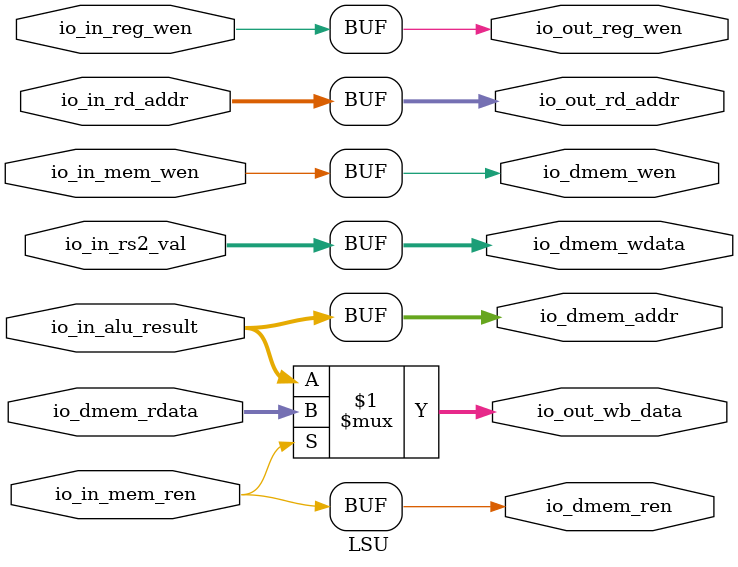
<source format=sv>
module LSU(
  input  [31:0] io_in_alu_result,
                io_in_rs2_val,
  input  [4:0]  io_in_rd_addr,
  input         io_in_mem_wen,
                io_in_mem_ren,
                io_in_reg_wen,
  output [31:0] io_dmem_addr,
                io_dmem_wdata,
  output        io_dmem_wen,
                io_dmem_ren,
  input  [31:0] io_dmem_rdata,
  output [31:0] io_out_wb_data,
  output [4:0]  io_out_rd_addr,
  output        io_out_reg_wen
);

  assign io_dmem_addr = io_in_alu_result;
  assign io_dmem_wdata = io_in_rs2_val;
  assign io_dmem_wen = io_in_mem_wen;
  assign io_dmem_ren = io_in_mem_ren;
  assign io_out_wb_data = io_in_mem_ren ? io_dmem_rdata : io_in_alu_result;
  assign io_out_rd_addr = io_in_rd_addr;
  assign io_out_reg_wen = io_in_reg_wen;
endmodule


</source>
